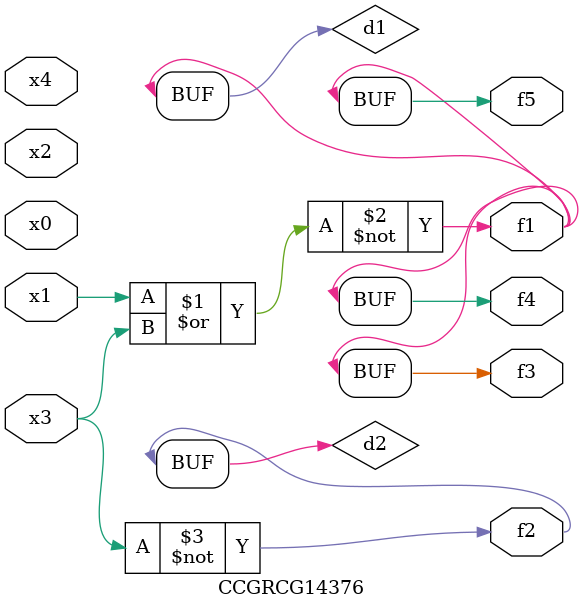
<source format=v>
module CCGRCG14376(
	input x0, x1, x2, x3, x4,
	output f1, f2, f3, f4, f5
);

	wire d1, d2;

	nor (d1, x1, x3);
	not (d2, x3);
	assign f1 = d1;
	assign f2 = d2;
	assign f3 = d1;
	assign f4 = d1;
	assign f5 = d1;
endmodule

</source>
